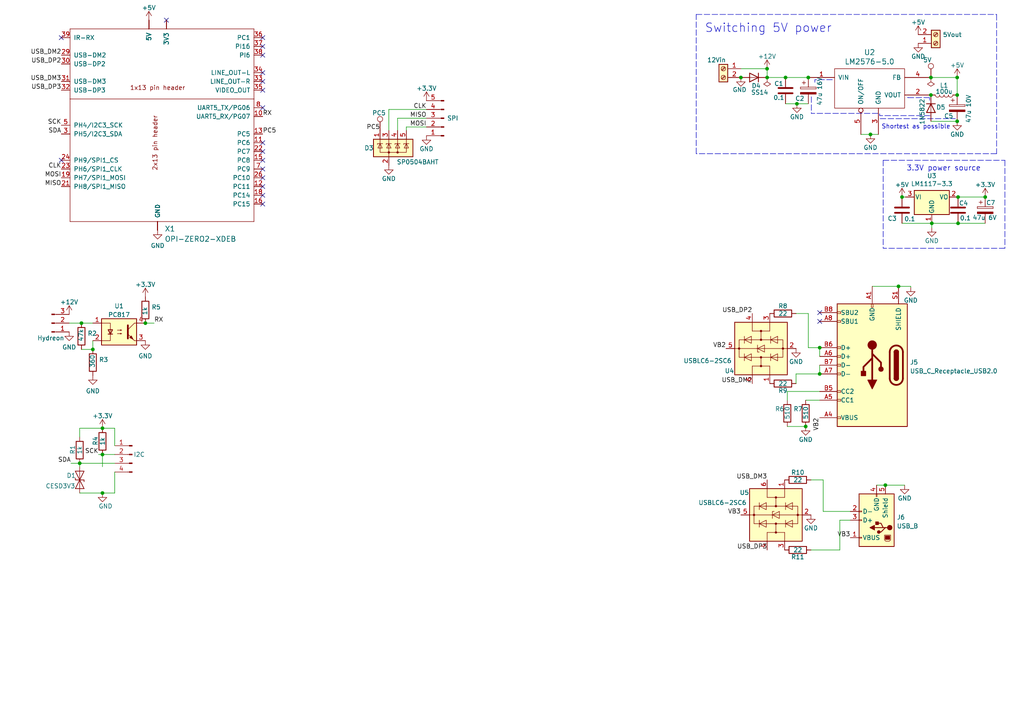
<source format=kicad_sch>
(kicad_sch (version 20211123) (generator eeschema)
  (paper "A4")
  (lib_symbols
    (symbol "Connector:Conn_01x03_Male" (pin_names (offset 1.016) hide)
      (property "Reference" "J" (at 0 5.08 0))
      (property "Value" "Conn_01x03_Male" (at 0 -5.08 0))
      (symbol "Conn_01x03_Male_1_1"
        (polyline (pts (xy 1.27 -2.54) (xy 0.8636 -2.54)) (stroke (width 0.1524)))
        (polyline (pts (xy 1.27 0) (xy 0.8636 0)) (stroke (width 0.1524)))
        (polyline (pts (xy 1.27 2.54) (xy 0.8636 2.54)) (stroke (width 0.1524)))
        (rectangle (start 0.8636 -2.413) (end 0 -2.667) (stroke (width 0.1524)) (fill (type outline)))
        (rectangle (start 0.8636 0.127) (end 0 -0.127) (stroke (width 0.1524)) (fill (type outline)))
        (rectangle (start 0.8636 2.667) (end 0 2.413) (stroke (width 0.1524)) (fill (type outline)))
        (pin passive line (at 5.08 2.54 180) (length 3.81) (name "Pin_1") (number "1"))
        (pin passive line (at 5.08 0 180) (length 3.81) (name "Pin_2") (number "2"))
        (pin passive line (at 5.08 -2.54 180) (length 3.81) (name "Pin_3") (number "3"))
      )
    )
    (symbol "Connector:Conn_01x04_Male" (pin_names (offset 1.016) hide)
      (property "Reference" "J" (at 0 5.08 0))
      (property "Value" "Conn_01x04_Male" (at 0 -7.62 0))
      (symbol "Conn_01x04_Male_1_1"
        (polyline (pts (xy 1.27 -5.08) (xy 0.8636 -5.08)) (stroke (width 0.1524)))
        (polyline (pts (xy 1.27 -2.54) (xy 0.8636 -2.54)) (stroke (width 0.1524)))
        (polyline (pts (xy 1.27 0) (xy 0.8636 0)) (stroke (width 0.1524)))
        (polyline (pts (xy 1.27 2.54) (xy 0.8636 2.54)) (stroke (width 0.1524)))
        (rectangle (start 0.8636 -4.953) (end 0 -5.207) (stroke (width 0.1524)) (fill (type outline)))
        (rectangle (start 0.8636 -2.413) (end 0 -2.667) (stroke (width 0.1524)) (fill (type outline)))
        (rectangle (start 0.8636 0.127) (end 0 -0.127) (stroke (width 0.1524)) (fill (type outline)))
        (rectangle (start 0.8636 2.667) (end 0 2.413) (stroke (width 0.1524)) (fill (type outline)))
        (pin passive line (at 5.08 2.54 180) (length 3.81) (name "Pin_1") (number "1"))
        (pin passive line (at 5.08 0 180) (length 3.81) (name "Pin_2") (number "2"))
        (pin passive line (at 5.08 -2.54 180) (length 3.81) (name "Pin_3") (number "3"))
        (pin passive line (at 5.08 -5.08 180) (length 3.81) (name "Pin_4") (number "4"))
      )
    )
    (symbol "Connector:Conn_01x05_Male" (pin_names (offset 1.016) hide)
      (property "Reference" "J" (at 0 7.62 0))
      (property "Value" "Conn_01x05_Male" (at 0 -7.62 0))
      (symbol "Conn_01x05_Male_1_1"
        (polyline (pts (xy 1.27 -5.08) (xy 0.8636 -5.08)) (stroke (width 0.1524)))
        (polyline (pts (xy 1.27 -2.54) (xy 0.8636 -2.54)) (stroke (width 0.1524)))
        (polyline (pts (xy 1.27 0) (xy 0.8636 0)) (stroke (width 0.1524)))
        (polyline (pts (xy 1.27 2.54) (xy 0.8636 2.54)) (stroke (width 0.1524)))
        (polyline (pts (xy 1.27 5.08) (xy 0.8636 5.08)) (stroke (width 0.1524)))
        (rectangle (start 0.8636 -4.953) (end 0 -5.207) (stroke (width 0.1524)) (fill (type outline)))
        (rectangle (start 0.8636 -2.413) (end 0 -2.667) (stroke (width 0.1524)) (fill (type outline)))
        (rectangle (start 0.8636 0.127) (end 0 -0.127) (stroke (width 0.1524)) (fill (type outline)))
        (rectangle (start 0.8636 2.667) (end 0 2.413) (stroke (width 0.1524)) (fill (type outline)))
        (rectangle (start 0.8636 5.207) (end 0 4.953) (stroke (width 0.1524)) (fill (type outline)))
        (pin passive line (at 5.08 5.08 180) (length 3.81) (name "Pin_1") (number "1"))
        (pin passive line (at 5.08 2.54 180) (length 3.81) (name "Pin_2") (number "2"))
        (pin passive line (at 5.08 0 180) (length 3.81) (name "Pin_3") (number "3"))
        (pin passive line (at 5.08 -2.54 180) (length 3.81) (name "Pin_4") (number "4"))
        (pin passive line (at 5.08 -5.08 180) (length 3.81) (name "Pin_5") (number "5"))
      )
    )
    (symbol "Connector:Screw_Terminal_01x02" (pin_names (offset 1.016) hide)
      (property "Reference" "J" (at 0 2.54 0))
      (property "Value" "Screw_Terminal_01x02" (at 0 -5.08 0))
      (symbol "Screw_Terminal_01x02_1_1"
        (rectangle (start -1.27 1.27) (end 1.27 -3.81) (stroke (width 0.254)) (fill (type background)))
        (circle (center 0 -2.54) (radius 0.635) (stroke (width 0.1524)))
        (polyline (pts (xy -0.5334 -2.2098) (xy 0.3302 -3.048)) (stroke (width 0.1524)))
        (polyline (pts (xy -0.5334 0.3302) (xy 0.3302 -0.508)) (stroke (width 0.1524)))
        (polyline (pts (xy -0.3556 -2.032) (xy 0.508 -2.8702)) (stroke (width 0.1524)))
        (polyline (pts (xy -0.3556 0.508) (xy 0.508 -0.3302)) (stroke (width 0.1524)))
        (circle (center 0 0) (radius 0.635) (stroke (width 0.1524)))
        (pin passive line (at -5.08 0 0) (length 3.81) (name "Pin_1") (number "1"))
        (pin passive line (at -5.08 -2.54 0) (length 3.81) (name "Pin_2") (number "2"))
      )
    )
    (symbol "Connector:TestPoint" (pin_numbers hide) (pin_names (offset 0.762) hide)
      (property "Reference" "TP" (at 0 6.858 0))
      (property "Value" "TestPoint" (at 0 5.08 0))
      (symbol "TestPoint_0_1"
        (circle (center 0 3.302) (radius 0.762))
      )
      (symbol "TestPoint_1_1"
        (pin passive line (at 0 0 90) (length 2.54) (name "1") (number "1"))
      )
    )
    (symbol "Connector:USB_B" (pin_names (offset 1.016))
      (property "Reference" "J" (at -5.08 11.43 0))
      (property "Value" "USB_B" (at -5.08 8.89 0))
      (symbol "USB_B_0_1"
        (rectangle (start -5.08 -7.62) (end 5.08 7.62) (stroke (width 0.254)) (fill (type background)))
        (circle (center -3.81 2.159) (radius 0.635) (stroke (width 0.254)) (fill (type outline)))
        (rectangle (start -3.81 5.588) (end -2.54 4.572) (fill (type outline)))
        (circle (center -0.635 3.429) (radius 0.381) (stroke (width 0.254)) (fill (type outline)))
        (rectangle (start -0.127 -7.62) (end 0.127 -6.858))
        (polyline (pts (xy -1.905 2.159) (xy 0.635 2.159)) (stroke (width 0.254)))
        (polyline (pts (xy -3.175 2.159) (xy -2.54 2.159) (xy -1.27 3.429) (xy -0.635 3.429)) (stroke (width 0.254)))
        (polyline (pts (xy -2.54 2.159) (xy -1.905 2.159) (xy -1.27 0.889) (xy 0 0.889)) (stroke (width 0.254)))
        (polyline (pts (xy 0.635 2.794) (xy 0.635 1.524) (xy 1.905 2.159) (xy 0.635 2.794)) (stroke (width 0.254)) (fill (type outline)))
        (polyline (pts (xy -4.064 4.318) (xy -2.286 4.318) (xy -2.286 5.715) (xy -2.667 6.096) (xy -3.683 6.096) (xy -4.064 5.715) (xy -4.064 4.318)))
        (rectangle (start 0.254 1.27) (end -0.508 0.508) (stroke (width 0.254)) (fill (type outline)))
        (rectangle (start 5.08 -2.667) (end 4.318 -2.413))
        (rectangle (start 5.08 -0.127) (end 4.318 0.127))
        (rectangle (start 5.08 4.953) (end 4.318 5.207))
      )
      (symbol "USB_B_1_1"
        (pin power_out line (at 7.62 5.08 180) (length 2.54) (name "VBUS") (number "1"))
        (pin bidirectional line (at 7.62 -2.54 180) (length 2.54) (name "D-") (number "2"))
        (pin bidirectional line (at 7.62 0 180) (length 2.54) (name "D+") (number "3"))
        (pin power_out line (at 0 -10.16 90) (length 2.54) (name "GND") (number "4"))
        (pin passive line (at -2.54 -10.16 90) (length 2.54) (name "Shield") (number "5"))
      )
    )
    (symbol "Connector:USB_C_Receptacle_USB2.0" (pin_names (offset 1.016))
      (property "Reference" "J" (at -10.16 19.05 0))
      (property "Value" "USB_C_Receptacle_USB2.0" (at 19.05 19.05 0))
      (symbol "USB_C_Receptacle_USB2.0_0_0"
        (rectangle (start -0.254 -17.78) (end 0.254 -16.764))
        (rectangle (start 10.16 -14.986) (end 9.144 -15.494))
        (rectangle (start 10.16 -12.446) (end 9.144 -12.954))
        (rectangle (start 10.16 -4.826) (end 9.144 -5.334))
        (rectangle (start 10.16 -2.286) (end 9.144 -2.794))
        (rectangle (start 10.16 0.254) (end 9.144 -0.254))
        (rectangle (start 10.16 2.794) (end 9.144 2.286))
        (rectangle (start 10.16 7.874) (end 9.144 7.366))
        (rectangle (start 10.16 10.414) (end 9.144 9.906))
        (rectangle (start 10.16 15.494) (end 9.144 14.986))
      )
      (symbol "USB_C_Receptacle_USB2.0_0_1"
        (rectangle (start -10.16 17.78) (end 10.16 -17.78) (stroke (width 0.254)) (fill (type background)))
        (arc (start -8.89 -3.81) (mid -6.985 -5.715) (end -5.08 -3.81) (stroke (width 0.508)))
        (arc (start -7.62 -3.81) (mid -6.985 -4.445) (end -6.35 -3.81) (stroke (width 0.254)))
        (arc (start -7.62 -3.81) (mid -6.985 -4.445) (end -6.35 -3.81) (stroke (width 0.254)) (fill (type outline)))
        (rectangle (start -7.62 -3.81) (end -6.35 3.81) (stroke (width 0.254)) (fill (type outline)))
        (arc (start -6.35 3.81) (mid -6.985 4.445) (end -7.62 3.81) (stroke (width 0.254)))
        (arc (start -6.35 3.81) (mid -6.985 4.445) (end -7.62 3.81) (stroke (width 0.254)) (fill (type outline)))
        (arc (start -5.08 3.81) (mid -6.985 5.715) (end -8.89 3.81) (stroke (width 0.508)))
        (circle (center -2.54 1.143) (radius 0.635) (stroke (width 0.254)) (fill (type outline)))
        (circle (center 0 -5.842) (radius 1.27) (fill (type outline)))
        (polyline (pts (xy -8.89 -3.81) (xy -8.89 3.81)) (stroke (width 0.508)))
        (polyline (pts (xy -5.08 3.81) (xy -5.08 -3.81)) (stroke (width 0.508)))
        (polyline (pts (xy 0 -5.842) (xy 0 4.318)) (stroke (width 0.508)))
        (polyline (pts (xy 0 -3.302) (xy -2.54 -0.762) (xy -2.54 0.508)) (stroke (width 0.508)))
        (polyline (pts (xy 0 -2.032) (xy 2.54 0.508) (xy 2.54 1.778)) (stroke (width 0.508)))
        (polyline (pts (xy -1.27 4.318) (xy 0 6.858) (xy 1.27 4.318) (xy -1.27 4.318)) (stroke (width 0.254)) (fill (type outline)))
        (rectangle (start 1.905 1.778) (end 3.175 3.048) (stroke (width 0.254)) (fill (type outline)))
      )
      (symbol "USB_C_Receptacle_USB2.0_1_1"
        (pin passive line (at 0 -22.86 90) (length 5.08) (name "GND") (number "A1"))
        (pin passive line (at 0 -22.86 90) (length 5.08) hide (name "GND") (number "A12"))
        (pin passive line (at 15.24 15.24 180) (length 5.08) (name "VBUS") (number "A4"))
        (pin bidirectional line (at 15.24 10.16 180) (length 5.08) (name "CC1") (number "A5"))
        (pin bidirectional line (at 15.24 -2.54 180) (length 5.08) (name "D+") (number "A6"))
        (pin bidirectional line (at 15.24 2.54 180) (length 5.08) (name "D-") (number "A7"))
        (pin bidirectional line (at 15.24 -12.7 180) (length 5.08) (name "SBU1") (number "A8"))
        (pin passive line (at 15.24 15.24 180) (length 5.08) hide (name "VBUS") (number "A9"))
        (pin passive line (at 0 -22.86 90) (length 5.08) hide (name "GND") (number "B1"))
        (pin passive line (at 0 -22.86 90) (length 5.08) hide (name "GND") (number "B12"))
        (pin passive line (at 15.24 15.24 180) (length 5.08) hide (name "VBUS") (number "B4"))
        (pin bidirectional line (at 15.24 7.62 180) (length 5.08) (name "CC2") (number "B5"))
        (pin bidirectional line (at 15.24 -5.08 180) (length 5.08) (name "D+") (number "B6"))
        (pin bidirectional line (at 15.24 0 180) (length 5.08) (name "D-") (number "B7"))
        (pin bidirectional line (at 15.24 -15.24 180) (length 5.08) (name "SBU2") (number "B8"))
        (pin passive line (at 15.24 15.24 180) (length 5.08) hide (name "VBUS") (number "B9"))
        (pin passive line (at -7.62 -22.86 90) (length 5.08) (name "SHIELD") (number "S1"))
      )
    )
    (symbol "Device:C" (pin_numbers hide) (pin_names (offset 0.254))
      (property "Reference" "C" (at 0.635 2.54 0))
      (property "Value" "C" (at 0.635 -2.54 0))
      (symbol "C_0_1"
        (polyline (pts (xy -2.032 -0.762) (xy 2.032 -0.762)) (stroke (width 0.508)))
        (polyline (pts (xy -2.032 0.762) (xy 2.032 0.762)) (stroke (width 0.508)))
      )
      (symbol "C_1_1"
        (pin passive line (at 0 3.81 270) (length 2.794) (name "~") (number "1"))
        (pin passive line (at 0 -3.81 90) (length 2.794) (name "~") (number "2"))
      )
    )
    (symbol "Device:C_Polarized" (pin_numbers hide) (pin_names (offset 0.254))
      (property "Reference" "C" (at 0.635 2.54 0))
      (property "Value" "C_Polarized" (at 0.635 -2.54 0))
      (symbol "C_Polarized_0_1"
        (rectangle (start -2.286 0.508) (end 2.286 1.016))
        (polyline (pts (xy -1.778 2.286) (xy -0.762 2.286)))
        (polyline (pts (xy -1.27 2.794) (xy -1.27 1.778)))
        (rectangle (start 2.286 -0.508) (end -2.286 -1.016) (fill (type outline)))
      )
      (symbol "C_Polarized_1_1"
        (pin passive line (at 0 3.81 270) (length 2.794) (name "~") (number "1"))
        (pin passive line (at 0 -3.81 90) (length 2.794) (name "~") (number "2"))
      )
    )
    (symbol "Device:D" (pin_numbers hide) (pin_names (offset 1.016) hide)
      (property "Reference" "D" (at 0 2.54 0))
      (property "Value" "D" (at 0 -2.54 0))
      (symbol "D_0_1"
        (polyline (pts (xy -1.27 1.27) (xy -1.27 -1.27)) (stroke (width 0.254)))
        (polyline (pts (xy 1.27 0) (xy -1.27 0)))
        (polyline (pts (xy 1.27 1.27) (xy 1.27 -1.27) (xy -1.27 0) (xy 1.27 1.27)) (stroke (width 0.254)))
      )
      (symbol "D_1_1"
        (pin passive line (at -3.81 0 0) (length 2.54) (name "K") (number "1"))
        (pin passive line (at 3.81 0 180) (length 2.54) (name "A") (number "2"))
      )
    )
    (symbol "Device:L" (pin_numbers hide) (pin_names (offset 1.016) hide)
      (property "Reference" "L" (at -1.27 0 90))
      (property "Value" "L" (at 1.905 0 90))
      (symbol "L_0_1"
        (arc (start 0 -2.54) (mid 0.635 -1.905) (end 0 -1.27))
        (arc (start 0 -1.27) (mid 0.635 -0.635) (end 0 0))
        (arc (start 0 0) (mid 0.635 0.635) (end 0 1.27))
        (arc (start 0 1.27) (mid 0.635 1.905) (end 0 2.54))
      )
      (symbol "L_1_1"
        (pin passive line (at 0 3.81 270) (length 1.27) (name "1") (number "1"))
        (pin passive line (at 0 -3.81 90) (length 1.27) (name "2") (number "2"))
      )
    )
    (symbol "Device:R" (pin_numbers hide) (pin_names (offset 0))
      (property "Reference" "R" (at 2.032 0 90))
      (property "Value" "R" (at 0 0 90))
      (symbol "R_0_1"
        (rectangle (start -1.016 -2.54) (end 1.016 2.54) (stroke (width 0.254)))
      )
      (symbol "R_1_1"
        (pin passive line (at 0 3.81 270) (length 1.27) (name "~") (number "1"))
        (pin passive line (at 0 -3.81 90) (length 1.27) (name "~") (number "2"))
      )
    )
    (symbol "Diode:ESD9B3.3ST5G" (pin_numbers hide) (pin_names (offset 1.016) hide)
      (property "Reference" "D" (at 0 2.54 0))
      (property "Value" "ESD9B3.3ST5G" (at 0 -2.54 0))
      (symbol "ESD9B3.3ST5G_0_1"
        (polyline (pts (xy 1.27 0) (xy -1.27 0)))
        (polyline (pts (xy -2.54 -1.27) (xy 0 0) (xy -2.54 1.27) (xy -2.54 -1.27)) (stroke (width 0.2032)))
        (polyline (pts (xy 0.508 1.27) (xy 0 1.27) (xy 0 -1.27) (xy -0.508 -1.27)) (stroke (width 0.2032)))
        (polyline (pts (xy 2.54 1.27) (xy 2.54 -1.27) (xy 0 0) (xy 2.54 1.27)) (stroke (width 0.2032)))
      )
      (symbol "ESD9B3.3ST5G_1_1"
        (pin passive line (at -3.81 0 0) (length 2.54) (name "A1") (number "1"))
        (pin passive line (at 3.81 0 180) (length 2.54) (name "A2") (number "2"))
      )
    )
    (symbol "Isolator:PC817" (pin_names (offset 1.016))
      (property "Reference" "U" (at -5.08 5.08 0))
      (property "Value" "PC817" (at 0 5.08 0))
      (symbol "PC817_0_1"
        (rectangle (start -5.08 3.81) (end 5.08 -3.81) (stroke (width 0.254)) (fill (type background)))
        (polyline (pts (xy -3.175 -0.635) (xy -1.905 -0.635)) (stroke (width 0.254)))
        (polyline (pts (xy 2.54 0.635) (xy 4.445 2.54)))
        (polyline (pts (xy 4.445 -2.54) (xy 2.54 -0.635)) (fill (type outline)))
        (polyline (pts (xy 4.445 -2.54) (xy 5.08 -2.54)))
        (polyline (pts (xy 4.445 2.54) (xy 5.08 2.54)))
        (polyline (pts (xy -5.08 2.54) (xy -2.54 2.54) (xy -2.54 -0.635)))
        (polyline (pts (xy -2.54 -0.635) (xy -2.54 -2.54) (xy -5.08 -2.54)))
        (polyline (pts (xy 2.54 1.905) (xy 2.54 -1.905) (xy 2.54 -1.905)) (stroke (width 0.508)))
        (polyline (pts (xy -2.54 -0.635) (xy -3.175 0.635) (xy -1.905 0.635) (xy -2.54 -0.635)) (stroke (width 0.254)))
        (polyline (pts (xy -0.508 -0.508) (xy 0.762 -0.508) (xy 0.381 -0.635) (xy 0.381 -0.381) (xy 0.762 -0.508)))
        (polyline (pts (xy -0.508 0.508) (xy 0.762 0.508) (xy 0.381 0.381) (xy 0.381 0.635) (xy 0.762 0.508)))
        (polyline (pts (xy 3.048 -1.651) (xy 3.556 -1.143) (xy 4.064 -2.159) (xy 3.048 -1.651) (xy 3.048 -1.651)) (fill (type outline)))
      )
      (symbol "PC817_1_1"
        (pin passive line (at -7.62 2.54 0) (length 2.54) (name "~") (number "1"))
        (pin passive line (at -7.62 -2.54 0) (length 2.54) (name "~") (number "2"))
        (pin passive line (at 7.62 -2.54 180) (length 2.54) (name "~") (number "3"))
        (pin passive line (at 7.62 2.54 180) (length 2.54) (name "~") (number "4"))
      )
    )
    (symbol "Power_Protection:SP0504BAHT" (pin_names hide)
      (property "Reference" "D" (at 7.62 2.54 0))
      (property "Value" "SP0504BAHT" (at 7.62 0.635 0))
      (symbol "SP0504BAHT_0_0"
        (pin passive line (at 0 -5.08 90) (length 2.54) (name "A") (number "2"))
      )
      (symbol "SP0504BAHT_0_1"
        (rectangle (start -4.445 2.54) (end 6.985 -2.54) (stroke (width 0.254)) (fill (type background)))
        (circle (center 0 -1.27) (radius 0.254) (fill (type outline)))
        (polyline (pts (xy -2.54 2.54) (xy -2.54 1.27)))
        (polyline (pts (xy 0 -1.27) (xy 0 -2.54)))
        (polyline (pts (xy 0 -1.27) (xy 0 1.27)))
        (polyline (pts (xy 0 2.54) (xy 0 1.27)))
        (polyline (pts (xy 2.54 2.54) (xy 2.54 1.27)))
        (polyline (pts (xy 5.08 2.54) (xy 5.08 1.27)))
        (polyline (pts (xy -3.302 1.016) (xy -3.302 1.27) (xy -1.778 1.27)))
        (polyline (pts (xy 0.762 1.27) (xy -0.762 1.27) (xy -0.762 1.016)))
        (polyline (pts (xy 5.08 1.27) (xy 5.08 -1.27) (xy 2.54 -1.27)))
        (polyline (pts (xy -2.54 1.27) (xy -2.54 -1.27) (xy 2.54 -1.27) (xy 2.54 1.27)))
        (polyline (pts (xy -2.54 1.27) (xy -1.905 0) (xy -3.175 0) (xy -2.54 1.27)))
        (polyline (pts (xy 0.635 0) (xy -0.635 0) (xy 0 1.27) (xy 0.635 0)))
        (polyline (pts (xy 1.778 1.016) (xy 1.778 1.27) (xy 3.175 1.27) (xy 3.302 1.27)))
        (polyline (pts (xy 2.54 1.27) (xy 1.905 0) (xy 3.175 0) (xy 2.54 1.27)))
        (polyline (pts (xy 4.318 1.016) (xy 4.318 1.27) (xy 5.715 1.27) (xy 5.842 1.27)))
        (polyline (pts (xy 5.08 1.27) (xy 4.445 0) (xy 5.715 0) (xy 5.08 1.27)))
        (circle (center 2.54 -1.27) (radius 0.254) (fill (type outline)))
      )
      (symbol "SP0504BAHT_1_1"
        (pin passive line (at -2.54 5.08 270) (length 2.54) (name "K") (number "1"))
        (pin passive line (at 0 5.08 270) (length 2.54) (name "K") (number "3"))
        (pin passive line (at 2.54 5.08 270) (length 2.54) (name "K") (number "4"))
        (pin passive line (at 5.08 5.08 270) (length 2.54) (name "K") (number "5"))
      )
    )
    (symbol "Power_Protection:USBLC6-2SC6" (pin_names hide)
      (property "Reference" "U" (at 2.54 8.89 0))
      (property "Value" "USBLC6-2SC6" (at 2.54 -8.89 0))
      (symbol "USBLC6-2SC6_0_1"
        (rectangle (start -7.62 -7.62) (end 7.62 7.62) (stroke (width 0.254)) (fill (type background)))
        (circle (center -5.08 0) (radius 0.254) (fill (type outline)))
        (circle (center -2.54 0) (radius 0.254) (fill (type outline)))
        (rectangle (start -2.54 6.35) (end 2.54 -6.35))
        (circle (center 0 -6.35) (radius 0.254) (fill (type outline)))
        (polyline (pts (xy -5.08 -2.54) (xy -7.62 -2.54)))
        (polyline (pts (xy -5.08 0) (xy -5.08 -2.54)))
        (polyline (pts (xy -5.08 2.54) (xy -7.62 2.54)))
        (polyline (pts (xy -1.524 -2.794) (xy -3.556 -2.794)))
        (polyline (pts (xy -1.524 4.826) (xy -3.556 4.826)))
        (polyline (pts (xy 0 -7.62) (xy 0 -6.35)))
        (polyline (pts (xy 0 -6.35) (xy 0 1.27)))
        (polyline (pts (xy 0 1.27) (xy 0 6.35)))
        (polyline (pts (xy 0 6.35) (xy 0 7.62)))
        (polyline (pts (xy 1.524 -2.794) (xy 3.556 -2.794)))
        (polyline (pts (xy 1.524 4.826) (xy 3.556 4.826)))
        (polyline (pts (xy 5.08 -2.54) (xy 7.62 -2.54)))
        (polyline (pts (xy 5.08 0) (xy 5.08 -2.54)))
        (polyline (pts (xy 5.08 2.54) (xy 7.62 2.54)))
        (polyline (pts (xy -2.54 0) (xy -5.08 0) (xy -5.08 2.54)))
        (polyline (pts (xy 2.54 0) (xy 5.08 0) (xy 5.08 2.54)))
        (polyline (pts (xy -3.556 -4.826) (xy -1.524 -4.826) (xy -2.54 -2.794) (xy -3.556 -4.826)))
        (polyline (pts (xy -3.556 2.794) (xy -1.524 2.794) (xy -2.54 4.826) (xy -3.556 2.794)))
        (polyline (pts (xy -1.016 -1.016) (xy 1.016 -1.016) (xy 0 1.016) (xy -1.016 -1.016)))
        (polyline (pts (xy 1.016 1.016) (xy 0.762 1.016) (xy -1.016 1.016) (xy -1.016 0.508)))
        (polyline (pts (xy 3.556 -4.826) (xy 1.524 -4.826) (xy 2.54 -2.794) (xy 3.556 -4.826)))
        (polyline (pts (xy 3.556 2.794) (xy 1.524 2.794) (xy 2.54 4.826) (xy 3.556 2.794)))
        (circle (center 0 6.35) (radius 0.254) (fill (type outline)))
        (circle (center 2.54 0) (radius 0.254) (fill (type outline)))
        (circle (center 5.08 0) (radius 0.254) (fill (type outline)))
      )
      (symbol "USBLC6-2SC6_1_1"
        (pin passive line (at -10.16 -2.54 0) (length 2.54) (name "I/O1") (number "1"))
        (pin passive line (at 0 -10.16 90) (length 2.54) (name "GND") (number "2"))
        (pin passive line (at 10.16 -2.54 180) (length 2.54) (name "I/O2") (number "3"))
        (pin passive line (at 10.16 2.54 180) (length 2.54) (name "I/O2") (number "4"))
        (pin passive line (at 0 10.16 270) (length 2.54) (name "VBUS") (number "5"))
        (pin passive line (at -10.16 2.54 0) (length 2.54) (name "I/O1") (number "6"))
      )
    )
    (symbol "Regulator_Linear:LM1117-3.3" (pin_names (offset 0.254))
      (property "Reference" "U" (at -3.81 3.175 0))
      (property "Value" "LM1117-3.3" (at 0 3.175 0))
      (symbol "LM1117-3.3_0_1"
        (rectangle (start -5.08 -5.08) (end 5.08 1.905) (stroke (width 0.254)) (fill (type background)))
      )
      (symbol "LM1117-3.3_1_1"
        (pin power_in line (at 0 -7.62 90) (length 2.54) (name "GND") (number "1"))
        (pin power_out line (at 7.62 0 180) (length 2.54) (name "VO") (number "2"))
        (pin power_in line (at -7.62 0 0) (length 2.54) (name "VI") (number "3"))
      )
    )
    (symbol "opi-hat:OPI-ZERO2-XDEB" (pin_names (offset 1.016))
      (property "Reference" "X" (at 2.54 5.08 0))
      (property "Value" "OPI-ZERO2-XDEB" (at 2.54 2.54 0))
      (symbol "OPI-ZERO2-XDEB_1_0"
        (polyline (pts (xy 0 0) (xy 53.34 0)))
        (polyline (pts (xy 0 35.56) (xy 0 0)))
        (polyline (pts (xy 0 35.56) (xy 53.34 35.56)))
        (polyline (pts (xy 0 55.88) (xy 0 35.56)))
        (polyline (pts (xy 53.34 0) (xy 53.34 35.56)))
        (polyline (pts (xy 53.34 35.56) (xy 53.34 55.88)))
        (polyline (pts (xy 53.34 55.88) (xy 0 55.88)))
        (text "1x13 pin header" (at 25.4 38.1 0) (effects (font (size 1.27 1.27)) (justify bottom)))
        (text "2x13 pin header" (at 25.4 22.86 900) (effects (font (size 1.27 1.27)) (justify bottom)))
        (pin power_in line (at 27.94 58.42 270) (length 2.54) (name "3V3") (number "1"))
        (pin bidirectional line (at 55.88 30.48 180) (length 2.54) (name "UART5_RX/PG07") (number "10"))
        (pin bidirectional line (at 55.88 22.86 180) (length 2.54) (name "PC6") (number "11"))
        (pin bidirectional line (at 55.88 10.16 180) (length 2.54) (name "PC11") (number "12"))
        (pin bidirectional line (at 55.88 25.4 180) (length 2.54) (name "PC5") (number "13"))
        (pin power_in line (at 25.4 -2.54 90) (length 2.54) (name "GND") (number "14"))
        (pin bidirectional line (at 55.88 17.78 180) (length 2.54) (name "PC8") (number "15"))
        (pin bidirectional line (at 55.88 5.08 180) (length 2.54) (name "PC15") (number "16"))
        (pin power_in line (at 27.94 58.42 270) (length 2.54) (name "3V3") (number "17"))
        (pin bidirectional line (at 55.88 7.62 180) (length 2.54) (name "PC14") (number "18"))
        (pin bidirectional line (at -2.54 12.7 0) (length 2.54) (name "PH7/SPI1_MOSI") (number "19"))
        (pin power_in line (at 22.86 58.42 270) (length 2.54) (name "5V") (number "2"))
        (pin power_in line (at 25.4 -2.54 90) (length 2.54) (name "GND") (number "20"))
        (pin bidirectional line (at -2.54 10.16 0) (length 2.54) (name "PH8/SPI1_MISO") (number "21"))
        (pin bidirectional line (at 55.88 20.32 180) (length 2.54) (name "PC7") (number "22"))
        (pin bidirectional line (at -2.54 15.24 0) (length 2.54) (name "PH6/SPI1_CLK") (number "23"))
        (pin bidirectional line (at -2.54 17.78 0) (length 2.54) (name "PH9/SPI1_CS") (number "24"))
        (pin power_in line (at 25.4 -2.54 90) (length 2.54) (name "GND") (number "25"))
        (pin bidirectional line (at 55.88 12.7 180) (length 2.54) (name "PC10") (number "26"))
        (pin power_in line (at 22.86 58.42 270) (length 2.54) (name "5V") (number "27"))
        (pin power_in line (at 22.86 58.42 270) (length 2.54) (name "5V") (number "27"))
        (pin power_in line (at 25.4 -2.54 90) (length 2.54) (name "GND") (number "28"))
        (pin bidirectional line (at -2.54 48.26 0) (length 2.54) (name "USB-DM2") (number "29"))
        (pin bidirectional line (at -2.54 25.4 0) (length 2.54) (name "PH5/I2C3_SDA") (number "3"))
        (pin bidirectional line (at -2.54 45.72 0) (length 2.54) (name "USB-DP2") (number "30"))
        (pin bidirectional line (at -2.54 40.64 0) (length 2.54) (name "USB-DM3") (number "31"))
        (pin bidirectional line (at -2.54 38.1 0) (length 2.54) (name "USB-DP3") (number "32"))
        (pin passive line (at 55.88 40.64 180) (length 2.54) (name "LINE_OUT-R") (number "33"))
        (pin passive line (at 55.88 43.18 180) (length 2.54) (name "LINE_OUT-L") (number "34"))
        (pin passive line (at 55.88 38.1 180) (length 2.54) (name "VIDEO_OUT") (number "35"))
        (pin passive line (at 55.88 53.34 180) (length 2.54) (name "PC1") (number "36"))
        (pin passive line (at 55.88 50.8 180) (length 2.54) (name "PI16") (number "37"))
        (pin passive line (at 55.88 48.26 180) (length 2.54) (name "PI6") (number "38"))
        (pin passive line (at -2.54 53.34 0) (length 2.54) (name "IR-RX") (number "39"))
        (pin power_in line (at 22.86 58.42 270) (length 2.54) (name "5V") (number "4"))
        (pin power_in line (at 22.86 58.42 270) (length 2.54) (name "5V") (number "4"))
        (pin bidirectional line (at -2.54 27.94 0) (length 2.54) (name "PH4/I2C3_SCK") (number "5"))
        (pin power_in line (at 25.4 -2.54 90) (length 2.54) (name "GND") (number "6"))
        (pin bidirectional line (at 55.88 15.24 180) (length 2.54) (name "PC9") (number "7"))
        (pin bidirectional line (at 55.88 33.02 180) (length 2.54) (name "UART5_TX/PG06") (number "8"))
        (pin power_in line (at 25.4 -2.54 90) (length 2.54) (name "GND") (number "9"))
      )
    )
    (symbol "power:+12V" (power) (pin_names (offset 0))
      (property "Value" "+12V" (at 0 3.556 0))
      (symbol "+12V_0_1"
        (polyline (pts (xy -0.762 1.27) (xy 0 2.54)))
        (polyline (pts (xy 0 0) (xy 0 2.54)))
        (polyline (pts (xy 0 2.54) (xy 0.762 1.27)))
      )
      (symbol "+12V_1_1"
        (pin power_in line (at 0 0 90) (length 0) hide (name "+12V") (number "1"))
      )
    )
    (symbol "power:+3.3V" (power) (pin_names (offset 0))
      (property "Value" "+3.3V" (at 0 3.556 0))
      (symbol "+3.3V_0_1"
        (polyline (pts (xy -0.762 1.27) (xy 0 2.54)))
        (polyline (pts (xy 0 0) (xy 0 2.54)))
        (polyline (pts (xy 0 2.54) (xy 0.762 1.27)))
      )
      (symbol "+3.3V_1_1"
        (pin power_in line (at 0 0 90) (length 0) hide (name "+3.3V") (number "1"))
      )
    )
    (symbol "power:+5V" (power) (pin_names (offset 0))
      (property "Value" "+5V" (at 0 3.556 0))
      (symbol "+5V_0_1"
        (polyline (pts (xy -0.762 1.27) (xy 0 2.54)))
        (polyline (pts (xy 0 0) (xy 0 2.54)))
        (polyline (pts (xy 0 2.54) (xy 0.762 1.27)))
      )
      (symbol "+5V_1_1"
        (pin power_in line (at 0 0 90) (length 0) hide (name "+5V") (number "1"))
      )
    )
    (symbol "power:GND" (power) (pin_names (offset 0))
      (property "Value" "GND" (at 0 -3.81 0))
      (symbol "GND_0_1"
        (polyline (pts (xy 0 0) (xy 0 -1.27) (xy 1.27 -1.27) (xy 0 -2.54) (xy -1.27 -1.27) (xy 0 -1.27)))
      )
      (symbol "GND_1_1"
        (pin power_in line (at 0 0 270) (length 0) hide (name "GND") (number "1"))
      )
    )
    (symbol "power:PWR_FLAG" (power) (pin_numbers hide) (pin_names (offset 0) hide)
      (property "Value" "PWR_FLAG" (at 0 3.81 0))
      (symbol "PWR_FLAG_0_0"
        (pin power_out line (at 0 0 90) (length 0) (name "pwr") (number "1"))
      )
      (symbol "PWR_FLAG_0_1"
        (polyline (pts (xy 0 0) (xy 0 1.27) (xy -1.016 1.905) (xy 0 2.54) (xy 1.016 1.905) (xy 0 1.27)))
      )
    )
    (symbol "stm32-rescue:+5V" (power) (pin_names (offset 0))
      (property "Value" "+5V" (at 0 3.556 0))
      (symbol "+5V_0_1"
        (polyline (pts (xy -0.762 1.27) (xy 0 2.54)))
        (polyline (pts (xy 0 0) (xy 0 2.54)))
        (polyline (pts (xy 0 2.54) (xy 0.762 1.27)))
      )
      (symbol "+5V_1_1"
        (pin power_in line (at 0 0 90) (length 0) hide (name "+5V") (number "1"))
      )
    )
    (symbol "stm32-rescue:C" (pin_numbers hide) (pin_names (offset 0.254))
      (property "Reference" "C" (at 0.635 2.54 0))
      (property "Value" "C" (at 0.635 -2.54 0))
      (symbol "C_0_1"
        (polyline (pts (xy -2.032 -0.762) (xy 2.032 -0.762)) (stroke (width 0.508)))
        (polyline (pts (xy -2.032 0.762) (xy 2.032 0.762)) (stroke (width 0.508)))
      )
      (symbol "C_1_1"
        (pin passive line (at 0 3.81 270) (length 2.794) (name "~") (number "1"))
        (pin passive line (at 0 -3.81 90) (length 2.794) (name "~") (number "2"))
      )
    )
    (symbol "stm32-rescue:CP" (pin_numbers hide) (pin_names (offset 0.254))
      (property "Reference" "C" (at 0.635 2.54 0))
      (property "Value" "CP" (at 0.635 -2.54 0))
      (symbol "CP_0_1"
        (rectangle (start -2.286 0.508) (end -2.286 1.016))
        (rectangle (start -2.286 0.508) (end 2.286 0.508))
        (polyline (pts (xy -1.778 2.286) (xy -0.762 2.286)))
        (polyline (pts (xy -1.27 2.794) (xy -1.27 1.778)))
        (rectangle (start 2.286 -0.508) (end -2.286 -1.016) (fill (type outline)))
        (rectangle (start 2.286 1.016) (end -2.286 1.016))
        (rectangle (start 2.286 1.016) (end 2.286 0.508))
      )
      (symbol "CP_1_1"
        (pin passive line (at 0 3.81 270) (length 2.794) (name "~") (number "1"))
        (pin passive line (at 0 -3.81 90) (length 2.794) (name "~") (number "2"))
      )
    )
    (symbol "vreg:LM2576" (pin_names (offset 1.016))
      (property "Reference" "U" (at -8.89 6.35 0))
      (property "Value" "LM2576" (at 6.35 6.35 0))
      (symbol "LM2576_0_1"
        (rectangle (start -10.16 5.08) (end 10.16 -6.35))
      )
      (symbol "LM2576_1_1"
        (pin power_in line (at -17.78 2.54 0) (length 7.62) (name "VIN") (number "1"))
        (pin power_out line (at 17.78 -2.54 180) (length 7.62) (name "VOUT") (number "2"))
        (pin power_in line (at 2.54 -13.97 90) (length 7.62) (name "GND") (number "3"))
        (pin input line (at 17.78 2.54 180) (length 7.62) (name "FB") (number "4"))
        (pin input inverted (at -2.54 -13.97 90) (length 7.62) (name "ON/OFF") (number "5"))
      )
    )
  )
  (junction (at 277.622 22.479))
  (junction (at 270.002 22.479))
  (junction (at 237.744 108.458))
  (junction (at 26.924 101.346))
  (junction (at 233.68 123.698))
  (junction (at 231.14 30.099))
  (junction (at 277.876 57.15))
  (junction (at 261.62 57.15))
  (junction (at 237.744 100.838))
  (junction (at 23.114 134.366))
  (junction (at 256.794 140.716))
  (junction (at 222.4786 19.939))
  (junction (at 277.876 64.77))
  (junction (at 42.164 93.726))
  (junction (at 260.604 83.058))
  (junction (at 252.476 38.989))
  (junction (at 270.002 27.559))
  (junction (at 285.75 57.15))
  (junction (at 29.718 124.206))
  (junction (at 277.622 27.559))
  (junction (at 222.504 22.479))
  (junction (at 29.718 143.002))
  (junction (at 227.838 22.479))
  (junction (at 23.622 93.726))
  (junction (at 214.884 22.479))
  (junction (at 277.622 35.179))
  (junction (at 29.718 131.826))
  (junction (at 234.442 22.479))
  (junction (at 270.256 64.77))
  (no_connect (at 48.26 5.842))
  (no_connect (at 237.744 90.678))
  (no_connect (at 237.744 93.218))
  (no_connect (at 76.2 43.942))
  (no_connect (at 76.2 49.022))
  (no_connect (at 76.2 51.562))
  (no_connect (at 76.2 41.402))
  (no_connect (at 76.2 46.482))
  (no_connect (at 76.2 26.162))
  (no_connect (at 76.2 31.242))
  (no_connect (at 17.78 10.922))
  (no_connect (at 76.2 13.462))
  (no_connect (at 76.2 10.922))
  (no_connect (at 76.2 16.002))
  (no_connect (at 76.2 21.082))
  (no_connect (at 76.2 23.622))
  (no_connect (at 17.78 46.482))
  (no_connect (at 76.2 56.642))
  (no_connect (at 76.2 54.102))
  (no_connect (at 76.2 59.182))
  (polyline (pts (xy 289.052 44.577) (xy 201.93 44.577)))
  (polyline (pts (xy 256.159 46.482) (xy 256.159 72.009)))
  (wire (pts (xy 33.274 124.206) (xy 33.274 129.286)))
  (wire (pts (xy 228.346 113.538) (xy 228.346 116.078)))
  (polyline (pts (xy 263.271 28.194) (xy 263.271 28.321)))
  (wire (pts (xy 222.4786 19.939) (xy 222.504 19.939)))
  (wire (pts (xy 254.254 140.716) (xy 256.794 140.716)))
  (wire (pts (xy 42.164 93.726) (xy 44.704 93.726)))
  (wire (pts (xy 230.886 111.252) (xy 230.886 108.458)))
  (polyline (pts (xy 291.465 46.482) (xy 291.465 72.009)))
  (wire (pts (xy 28.575 131.826) (xy 29.718 131.826)))
  (wire (pts (xy 238.76 148.336) (xy 238.76 139.192)))
  (polyline (pts (xy 291.465 72.009) (xy 256.159 72.009)))
  (wire (pts (xy 20.574 134.366) (xy 23.114 134.366)))
  (wire (pts (xy 20.066 93.726) (xy 23.622 93.726)))
  (wire (pts (xy 238.76 139.192) (xy 235.204 139.192)))
  (wire (pts (xy 29.718 143.002) (xy 33.274 143.002)))
  (wire (pts (xy 234.442 90.932) (xy 230.886 90.932)))
  (wire (pts (xy 277.876 64.77) (xy 285.75 64.77)))
  (wire (pts (xy 117.856 36.83) (xy 123.698 36.83)))
  (wire (pts (xy 260.604 83.058) (xy 264.16 83.058)))
  (polyline (pts (xy 256.159 46.482) (xy 291.465 46.482)))
  (wire (pts (xy 227.838 30.099) (xy 231.14 30.099)))
  (wire (pts (xy 29.718 131.826) (xy 33.274 131.826)))
  (wire (pts (xy 23.114 134.366) (xy 23.114 135.382)))
  (wire (pts (xy 261.62 64.77) (xy 270.256 64.77)))
  (wire (pts (xy 237.744 113.538) (xy 228.346 113.538)))
  (wire (pts (xy 237.744 100.838) (xy 234.442 100.838)))
  (wire (pts (xy 233.68 116.078) (xy 237.744 116.078)))
  (wire (pts (xy 112.776 31.75) (xy 112.776 37.846)))
  (wire (pts (xy 23.114 124.206) (xy 29.718 124.206)))
  (wire (pts (xy 277.622 35.179) (xy 270.002 35.179)))
  (polyline (pts (xy 269.621 29.083) (xy 269.621 28.321)))
  (wire (pts (xy 115.316 34.29) (xy 115.316 37.846)))
  (wire (pts (xy 123.698 34.29) (xy 115.316 34.29)))
  (polyline (pts (xy 255.143 33.02) (xy 255.143 33.528)))
  (wire (pts (xy 117.856 37.846) (xy 117.856 36.83)))
  (polyline (pts (xy 255.27 34.417) (xy 277.114 34.417)))
  (wire (pts (xy 246.634 148.336) (xy 238.76 148.336)))
  (wire (pts (xy 227.838 22.479) (xy 234.442 22.479)))
  (wire (pts (xy 228.346 123.698) (xy 233.68 123.698)))
  (wire (pts (xy 254.762 38.989) (xy 252.476 38.989)))
  (wire (pts (xy 270.256 64.77) (xy 277.876 64.77)))
  (wire (pts (xy 262.636 57.15) (xy 261.62 57.15)))
  (polyline (pts (xy 269.748 33.528) (xy 255.143 33.528)))
  (wire (pts (xy 214.884 19.939) (xy 222.4786 19.939)))
  (polyline (pts (xy 236.347 23.114) (xy 236.347 23.876)))
  (wire (pts (xy 230.886 108.458) (xy 237.744 108.458)))
  (polyline (pts (xy 201.93 44.577) (xy 201.93 4.191)))
  (wire (pts (xy 23.114 143.002) (xy 29.718 143.002)))
  (wire (pts (xy 26.924 101.346) (xy 26.924 98.806)))
  (polyline (pts (xy 235.331 28.067) (xy 235.331 32.893)))
  (wire (pts (xy 123.698 31.75) (xy 112.776 31.75)))
  (wire (pts (xy 222.504 19.939) (xy 222.504 22.479)))
  (wire (pts (xy 222.504 22.479) (xy 227.838 22.479)))
  (wire (pts (xy 243.586 150.876) (xy 246.634 150.876)))
  (polyline (pts (xy 254.635 32.893) (xy 235.331 32.893)))
  (polyline (pts (xy 241.427 23.114) (xy 236.347 23.114)))
  (polyline (pts (xy 269.621 28.321) (xy 263.271 28.321)))
  (wire (pts (xy 256.794 140.716) (xy 262.382 140.716)))
  (polyline (pts (xy 289.052 4.191) (xy 289.052 44.577)))
  (wire (pts (xy 23.114 126.746) (xy 23.114 124.206)))
  (wire (pts (xy 277.622 22.479) (xy 270.002 22.479)))
  (wire (pts (xy 29.718 131.826) (xy 29.718 135.382)))
  (wire (pts (xy 23.622 93.726) (xy 26.924 93.726)))
  (wire (pts (xy 243.586 159.512) (xy 243.586 150.876)))
  (wire (pts (xy 270.256 66.04) (xy 270.256 64.77)))
  (wire (pts (xy 29.718 124.206) (xy 33.274 124.206)))
  (wire (pts (xy 277.876 57.15) (xy 285.75 57.15)))
  (wire (pts (xy 237.744 105.918) (xy 237.744 108.458)))
  (wire (pts (xy 252.476 38.989) (xy 249.682 38.989)))
  (wire (pts (xy 237.744 100.838) (xy 237.744 103.378)))
  (wire (pts (xy 234.442 90.932) (xy 234.442 100.838)))
  (wire (pts (xy 235.204 159.512) (xy 243.586 159.512)))
  (wire (pts (xy 252.984 83.058) (xy 260.604 83.058)))
  (wire (pts (xy 23.114 134.366) (xy 33.274 134.366)))
  (wire (pts (xy 264.16 83.058) (xy 264.16 83.312)))
  (wire (pts (xy 33.274 143.002) (xy 33.274 136.906)))
  (wire (pts (xy 277.622 27.559) (xy 277.622 22.479)))
  (wire (pts (xy 23.622 101.346) (xy 26.924 101.346)))
  (wire (pts (xy 231.14 30.099) (xy 234.442 30.099)))
  (polyline (pts (xy 201.93 4.191) (xy 289.052 4.191)))
  (text "Switching 5V power" (at 204.3938 9.7028 0) (effects (font (size 2.4892 2.4892)) (justify left bottom)))
  (text "3.3V power source" (at 262.89 49.784 0) (effects (font (size 1.524 1.524)) (justify left bottom)))
  (text "Shortest as possible" (at 255.651 37.592 0) (effects (font (size 1.27 1.27)) (justify left bottom)))
  (label "RX" (at 76.2 33.782 0))
  (label "USB_DM3" (at 222.504 139.192 180))
  (label "USB_DM3" (at 17.78 23.622 180))
  (label "USB_DP2" (at 17.78 18.542 180))
  (label "VB3" (at 214.884 149.352 180))
  (label "VB3" (at 246.634 155.956 180))
  (label "MOSI" (at 123.698 36.83 180))
  (label "RX" (at 44.704 93.726 0))
  (label "SDA" (at 20.574 134.366 180))
  (label "PC5" (at 76.2 38.862 0))
  (label "MISO" (at 17.78 54.102 180))
  (label "VB2" (at 237.744 121.158 270))
  (label "CLK" (at 123.698 31.75 180))
  (label "VB2" (at 210.566 101.092 180))
  (label "SDA" (at 17.78 38.862 180))
  (label "USB_DP3" (at 17.78 26.162 180))
  (label "USB_DP3" (at 222.504 159.512 180))
  (label "USB_DM2" (at 17.78 16.002 180))
  (label "SCK" (at 17.78 36.322 180))
  (label "MOSI" (at 17.78 51.562 180))
  (label "MISO" (at 123.698 34.29 180))
  (label "USB_DP2" (at 218.186 90.932 180))
  (label "SCK" (at 28.575 131.826 180))
  (label "USB_DM2" (at 218.186 111.252 180))
  (label "PC5" (at 110.236 37.846 180))
  (label "CLK" (at 17.78 49.022 180))
  (symbol (lib_id "Device:R") (at 23.114 130.556 180) (unit 1)
    (property "Reference" "R1" (at 21.082 130.429 90))
    (property "Value" "1k" (at 23.114 130.556 90))
    (property "Footprint" "Resistor_SMD:R_0603_1608Metric_Pad0.98x0.95mm_HandSolder" (effects hide))
  )
  (symbol (lib_id "power:GND") (at 45.72 66.802 0) (unit 1)
    (property "Reference" "#PWR0101" (effects hide))
    (property "Value" "GND" (at 45.72 71.2454 0))
  )
  (symbol (lib_id "stm32-rescue:+5V") (at 277.622 22.479 0) (unit 1)
    (property "Reference" "#PWR0109" (effects hide))
    (property "Value" "+5V" (at 277.622 18.923 0))
  )
  (symbol (lib_id "power:GND") (at 264.16 83.312 0) (unit 1)
    (property "Reference" "#PWR0122" (effects hide))
    (property "Value" "GND" (at 264.16 87.122 0))
  )
  (symbol (lib_id "stm32-rescue:CP") (at 285.75 60.96 0) (unit 1)
    (property "Reference" "C7" (at 286.004 58.801 0) (effects (justify left)))
    (property "Value" "47u 6V" (at 282.067 63.119 0) (effects (justify left)))
    (property "Footprint" "Capacitor_Tantalum_SMD:CP_EIA-3216-18_Kemet-A_Pad1.58x1.35mm_HandSolder" (effects hide))
  )
  (symbol (lib_id "power:GND") (at 231.14 30.099 0) (unit 1)
    (property "Reference" "#PWR0105" (effects hide))
    (property "Value" "GND" (at 231.14 33.909 0))
  )
  (symbol (lib_id "Connector:Screw_Terminal_01x02") (at 271.399 12.573 0) (mirror x) (unit 1)
    (property "Reference" "J7" (effects hide))
    (property "Value" "5Vout" (at 273.431 10.0584 0) (effects (justify left)))
    (property "Footprint" "Connector_JST:JST_PH_B2B-PH-K_1x02_P2.00mm_Vertical" (effects hide))
  )
  (symbol (lib_id "power:GND") (at 42.164 98.806 0) (unit 1)
    (property "Reference" "#PWR0113" (effects hide))
    (property "Value" "GND" (at 42.164 103.2494 0))
  )
  (symbol (lib_id "vreg:LM2576") (at 252.222 25.019 0) (unit 1)
    (property "Reference" "U2" (at 252.222 15.1892 0) (effects (font (size 1.524 1.524))))
    (property "Value" "LM2576-5.0" (at 252.222 17.8816 0) (effects (font (size 1.524 1.524))))
    (property "Footprint" "Package_TO_SOT_SMD:TO-263-5_TabPin3" (effects hide))
    (property "Manufacturer" "Texas Instruments" (effects hide))
  )
  (symbol (lib_id "Diode:ESD9B3.3ST5G") (at 23.114 139.192 270) (unit 1)
    (property "Reference" "D1" (at 19.304 137.922 90) (effects (justify left)))
    (property "Value" "CESD3V3" (at 13.208 140.97 90) (effects (justify left)))
    (property "Footprint" "Diode_SMD:D_SOD-323_HandSoldering" (effects hide))
    (property "Datasheet" "https://www.onsemi.com/pub/Collateral/ESD9B-D.PDF" (effects hide))
  )
  (symbol (lib_id "power:+3.3V") (at 123.698 29.21 0) (unit 1)
    (property "Reference" "#PWR0126" (effects hide))
    (property "Value" "+3.3V" (at 123.698 25.6342 0))
  )
  (symbol (lib_id "Connector:TestPoint") (at 110.236 37.846 0) (unit 1)
    (property "Reference" "TP7" (effects hide))
    (property "Value" "PC5" (at 107.95 32.766 0) (effects (justify left)))
    (property "Footprint" "TestPoint:TestPoint_THTPad_2.5x2.5mm_Drill1.2mm" (effects hide))
  )
  (symbol (lib_id "power:+3.3V") (at 42.164 86.106 0) (unit 1)
    (property "Reference" "#PWR0114" (effects hide))
    (property "Value" "+3.3V" (at 42.164 82.5302 0))
  )
  (symbol (lib_id "power:GND") (at 123.698 39.37 0) (unit 1)
    (property "Reference" "#PWR0125" (effects hide))
    (property "Value" "GND" (at 123.698 43.18 0))
  )
  (symbol (lib_id "power:PWR_FLAG") (at 222.504 22.479 180) (unit 1)
    (property "Reference" "#FLG0102" (effects hide))
    (property "Value" "PWR_FLAG" (effects hide))
  )
  (symbol (lib_id "Device:D") (at 270.002 31.369 270) (unit 1)
    (property "Reference" "D5" (at 271.526 31.115 90) (effects (justify left)))
    (property "Value" "1N5822" (at 267.462 28.575 0) (effects (justify left)))
    (property "Footprint" "Diode_THT:D_DO-201_P3.81mm_Vertical_AnodeUp" (effects hide))
  )
  (symbol (lib_id "power:GND") (at 214.884 22.479 0) (unit 1)
    (property "Reference" "#PWR0104" (effects hide))
    (property "Value" "GND" (at 214.503 26.035 0))
  )
  (symbol (lib_id "Device:R") (at 231.394 139.192 270) (unit 1)
    (property "Reference" "R10" (at 231.394 137.033 90))
    (property "Value" "22" (at 231.394 139.192 90))
    (property "Footprint" "Resistor_SMD:R_0603_1608Metric_Pad0.98x0.95mm_HandSolder" (effects hide))
  )
  (symbol (lib_id "power:PWR_FLAG") (at 270.002 22.479 180) (unit 1)
    (property "Reference" "#FLG0103" (effects hide))
    (property "Value" "PWR_FLAG" (effects hide))
  )
  (symbol (lib_id "power:+12V") (at 222.4786 19.939 0) (unit 1)
    (property "Reference" "#PWR0106" (effects hide))
    (property "Value" "+12V" (at 222.4786 16.3632 0))
  )
  (symbol (lib_id "power:GND") (at 235.204 149.352 0) (unit 1)
    (property "Reference" "#PWR02" (effects hide))
    (property "Value" "GND" (at 235.204 153.162 0))
  )
  (symbol (lib_id "Device:R") (at 233.68 119.888 0) (unit 1)
    (property "Reference" "R7" (at 230.124 118.618 0) (effects (justify left)))
    (property "Value" "510" (at 233.68 121.666 90) (effects (justify left)))
    (property "Footprint" "Resistor_SMD:R_0603_1608Metric_Pad0.98x0.95mm_HandSolder" (effects hide))
  )
  (symbol (lib_id "Device:C_Polarized") (at 277.622 31.369 0) (unit 1)
    (property "Reference" "C5" (at 273.812 33.655 0) (effects (justify left)))
    (property "Value" "47u 10V" (at 280.924 35.687 90) (effects (justify left)))
    (property "Footprint" "Capacitor_Tantalum_SMD:CP_EIA-6032-28_Kemet-C_Pad2.25x2.35mm_HandSolder" (effects hide))
  )
  (symbol (lib_id "Device:R") (at 228.346 119.888 0) (unit 1)
    (property "Reference" "R6" (at 224.79 118.618 0) (effects (justify left)))
    (property "Value" "510" (at 228.346 121.666 90) (effects (justify left)))
    (property "Footprint" "Resistor_SMD:R_0603_1608Metric_Pad0.98x0.95mm_HandSolder" (effects hide))
  )
  (symbol (lib_id "Connector:Screw_Terminal_01x02") (at 209.804 19.939 0) (mirror y) (unit 1)
    (property "Reference" "J4" (effects hide))
    (property "Value" "12Vin" (at 210.566 17.399 0) (effects (justify left)))
    (property "Footprint" "TerminalBlock_Phoenix:TerminalBlock_Phoenix_MKDS-1,5-2_1x02_P5.00mm_Horizontal" (effects hide))
  )
  (symbol (lib_id "opi-hat:OPI-ZERO2-XDEB") (at 20.32 64.262 0) (unit 1)
    (property "Reference" "X1" (at 47.7394 66.3708 0) (effects (font (size 1.4986 1.4986)) (justify left)))
    (property "Value" "OPI-ZERO2-XDEB" (at 47.7394 69.3185 0) (effects (font (size 1.4986 1.4986)) (justify left)))
    (property "Footprint" "opi-hat:OPIZ2HAT" (effects hide))
  )
  (symbol (lib_id "Connector:USB_C_Receptacle_USB2.0") (at 252.984 105.918 180) (unit 1)
    (property "Reference" "J5" (at 263.906 105.0833 0) (effects (justify right)))
    (property "Value" "USB_C_Receptacle_USB2.0" (at 263.906 107.6202 0) (effects (justify right)))
    (property "Footprint" "Connector_USB:USB_C_Receptacle_HRO_TYPE-C-31-M-12" (effects hide))
    (property "Datasheet" "https://www.usb.org/sites/default/files/documents/usb_type-c.zip" (effects hide))
  )
  (symbol (lib_id "Device:R") (at 29.718 128.016 180) (unit 1)
    (property "Reference" "R4" (at 27.686 127.889 90))
    (property "Value" "1k" (at 29.718 128.016 90))
    (property "Footprint" "Resistor_SMD:R_0603_1608Metric_Pad0.98x0.95mm_HandSolder" (effects hide))
  )
  (symbol (lib_id "power:GND") (at 230.886 101.092 0) (unit 1)
    (property "Reference" "#PWR01" (effects hide))
    (property "Value" "GND" (at 230.886 104.902 0))
  )
  (symbol (lib_id "Device:L") (at 273.812 27.559 270) (unit 1)
    (property "Reference" "L1" (at 273.812 24.765 90))
    (property "Value" "100u" (at 273.812 26.543 90))
    (property "Footprint" "Inductor_THT:L_Toroid_Horizontal_D6.5mm_P10.00mm_Diameter7-5mm_Amidon-T25" (effects hide))
  )
  (symbol (lib_id "Device:R") (at 26.924 105.156 0) (unit 1)
    (property "Reference" "R3" (at 28.702 104.3213 0) (effects (justify left)))
    (property "Value" "360" (at 26.797 106.68 90) (effects (justify left)))
    (property "Footprint" "Resistor_SMD:R_0603_1608Metric_Pad0.98x0.95mm_HandSolder" (effects hide))
  )
  (symbol (lib_id "power:GND") (at 266.319 12.573 0) (unit 1)
    (property "Reference" "#PWR0108" (effects hide))
    (property "Value" "GND" (at 266.319 16.383 0))
  )
  (symbol (lib_id "Power_Protection:USBLC6-2SC6") (at 225.044 149.352 90) (mirror x) (unit 1)
    (property "Reference" "U5" (at 215.9 142.875 90))
    (property "Value" "USBLC6-2SC6" (at 209.55 145.796 90))
    (property "Footprint" "Package_TO_SOT_SMD:SOT-23-6_Handsoldering" (effects hide))
    (property "Datasheet" "https://www.st.com/resource/en/datasheet/usblc6-2.pdf" (effects hide))
  )
  (symbol (lib_id "power:+3.3V") (at 29.718 124.206 0) (unit 1)
    (property "Reference" "#PWR0118" (effects hide))
    (property "Value" "+3.3V" (at 29.718 120.6302 0))
  )
  (symbol (lib_id "power:GND") (at 252.476 38.989 0) (unit 1)
    (property "Reference" "#PWR0111" (effects hide))
    (property "Value" "GND" (at 252.476 42.799 0))
  )
  (symbol (lib_id "Connector:USB_B") (at 254.254 150.876 180) (unit 1)
    (property "Reference" "J6" (at 260.096 150.0413 0) (effects (justify right)))
    (property "Value" "USB_B" (at 260.096 152.5782 0) (effects (justify right)))
    (property "Footprint" "Connector_USB:USB_Mini-B_Wuerth_65100516121_Horizontal" (effects hide))
    (property "Datasheet" " ~" (effects hide))
  )
  (symbol (lib_id "stm32-rescue:+5V") (at 266.319 10.033 0) (unit 1)
    (property "Reference" "#PWR0107" (effects hide))
    (property "Value" "+5V" (at 266.319 6.477 0))
  )
  (symbol (lib_id "Device:R") (at 42.164 89.916 0) (unit 1)
    (property "Reference" "R5" (at 43.942 89.0813 0) (effects (justify left)))
    (property "Value" "1k" (at 42.037 91.44 90) (effects (justify left)))
    (property "Footprint" "Resistor_SMD:R_0603_1608Metric_Pad0.98x0.95mm_HandSolder" (effects hide))
  )
  (symbol (lib_id "power:+3.3V") (at 285.75 57.15 0) (unit 1)
    (property "Reference" "#PWR0112" (effects hide))
    (property "Value" "+3.3V" (at 285.75 53.5742 0))
  )
  (symbol (lib_id "stm32-rescue:+5V") (at 261.62 57.15 0) (unit 1)
    (property "Reference" "#PWR0121" (effects hide))
    (property "Value" "+5V" (at 261.62 53.594 0))
  )
  (symbol (lib_id "Connector:Conn_01x03_Male") (at 14.986 93.726 0) (mirror x) (unit 1)
    (property "Reference" "J1" (effects hide))
    (property "Value" "Hydreon" (at 14.732 98.044 0))
    (property "Footprint" "Connector_JST:JST_PH_B3B-PH-K_1x03_P2.00mm_Vertical" (effects hide))
  )
  (symbol (lib_id "Device:R") (at 23.622 97.536 0) (unit 1)
    (property "Reference" "R2" (at 25.4 96.7013 0) (effects (justify left)))
    (property "Value" "47k" (at 23.495 99.06 90) (effects (justify left)))
    (property "Footprint" "Resistor_SMD:R_0603_1608Metric_Pad0.98x0.95mm_HandSolder" (effects hide))
  )
  (symbol (lib_id "power:GND") (at 277.622 35.179 0) (unit 1)
    (property "Reference" "#PWR0110" (effects hide))
    (property "Value" "GND" (at 277.622 38.989 0))
  )
  (symbol (lib_id "power:+12V") (at 20.066 91.186 0) (unit 1)
    (property "Reference" "#PWR0115" (effects hide))
    (property "Value" "+12V" (at 20.066 87.6102 0))
  )
  (symbol (lib_id "Device:C") (at 227.838 26.289 0) (unit 1)
    (property "Reference" "C1" (at 224.536 24.257 0) (effects (justify left)))
    (property "Value" "0.1" (at 224.282 28.321 0) (effects (justify left)))
    (property "Footprint" "Capacitor_SMD:C_0603_1608Metric_Pad1.08x0.95mm_HandSolder" (effects hide))
  )
  (symbol (lib_id "Power_Protection:SP0504BAHT") (at 112.776 42.926 0) (unit 1)
    (property "Reference" "D3" (at 105.664 42.926 0) (effects (justify left)))
    (property "Value" "SP0504BAHT" (at 115.062 46.99 0) (effects (justify left)))
    (property "Footprint" "Package_TO_SOT_SMD:SOT-23-5" (effects hide))
    (property "Datasheet" "http://www.littelfuse.com/~/media/files/littelfuse/technical%20resources/documents/data%20sheets/sp05xxba.pdf" (effects hide))
  )
  (symbol (lib_id "Device:D") (at 218.694 22.479 180) (unit 1)
    (property "Reference" "D4" (at 219.329 24.892 0))
    (property "Value" "SS14" (at 220.345 26.797 0))
    (property "Footprint" "Diode_SMD:D_SMA-SMB_Universal_Handsoldering" (effects hide))
  )
  (symbol (lib_id "power:GND") (at 270.256 66.04 0) (unit 1)
    (property "Reference" "#PWR0120" (effects hide))
    (property "Value" "GND" (at 270.256 69.85 0))
  )
  (symbol (lib_id "Connector:Conn_01x05_Male") (at 128.778 34.29 180) (unit 1)
    (property "Reference" "J3" (effects hide))
    (property "Value" "SPI" (at 131.318 34.29 0))
    (property "Footprint" "Connector_JST:JST_PH_B5B-PH-K_1x05_P2.00mm_Vertical" (effects hide))
  )
  (symbol (lib_id "Connector:TestPoint") (at 270.002 22.479 0) (unit 1)
    (property "Reference" "TP?" (effects hide))
    (property "Value" "5V" (at 267.716 17.399 0) (effects (justify left)))
    (property "Footprint" "TestPoint:TestPoint_THTPad_2.5x2.5mm_Drill1.2mm" (effects hide))
  )
  (symbol (lib_id "Device:R") (at 227.076 90.932 270) (unit 1)
    (property "Reference" "R8" (at 227.076 88.773 90))
    (property "Value" "22" (at 227.076 90.932 90))
    (property "Footprint" "Resistor_SMD:R_0603_1608Metric_Pad0.98x0.95mm_HandSolder" (effects hide))
  )
  (symbol (lib_id "Device:R") (at 227.076 111.252 270) (unit 1)
    (property "Reference" "R9" (at 227.076 113.284 90))
    (property "Value" "22" (at 227.076 111.252 90))
    (property "Footprint" "Resistor_SMD:R_0603_1608Metric_Pad0.98x0.95mm_HandSolder" (effects hide))
  )
  (symbol (lib_id "power:+5V") (at 43.18 5.842 0) (unit 1)
    (property "Reference" "#PWR0103" (effects hide))
    (property "Value" "+5V" (at 43.18 2.2662 0))
  )
  (symbol (lib_id "Power_Protection:USBLC6-2SC6") (at 220.726 101.092 90) (unit 1)
    (property "Reference" "U4" (at 211.582 107.569 90))
    (property "Value" "USBLC6-2SC6" (at 205.232 104.648 90))
    (property "Footprint" "Package_TO_SOT_SMD:SOT-23-6_Handsoldering" (effects hide))
    (property "Datasheet" "https://www.st.com/resource/en/datasheet/usblc6-2.pdf" (effects hide))
  )
  (symbol (lib_id "power:GND") (at 26.924 108.966 0) (unit 1)
    (property "Reference" "#PWR0117" (effects hide))
    (property "Value" "GND" (at 26.924 113.4094 0))
  )
  (symbol (lib_id "power:GND") (at 112.776 48.006 0) (unit 1)
    (property "Reference" "#PWR0127" (effects hide))
    (property "Value" "GND" (at 112.776 51.816 0))
  )
  (symbol (lib_id "stm32-rescue:C") (at 277.876 60.96 0) (unit 1)
    (property "Reference" "C4" (at 278.13 58.928 0) (effects (justify left)))
    (property "Value" "0.1" (at 278.384 63.246 0) (effects (justify left)))
    (property "Footprint" "Capacitor_SMD:C_0603_1608Metric_Pad1.08x0.95mm_HandSolder" (effects hide))
  )
  (symbol (lib_id "stm32-rescue:C") (at 261.62 60.96 0) (unit 1)
    (property "Reference" "C3" (at 257.429 63.373 0) (effects (justify left)))
    (property "Value" "0.1" (at 262.255 63.5 0) (effects (justify left)))
    (property "Footprint" "Capacitor_SMD:C_0603_1608Metric_Pad1.08x0.95mm_HandSolder" (effects hide))
  )
  (symbol (lib_id "power:GND") (at 262.382 140.716 0) (unit 1)
    (property "Reference" "#PWR0124" (effects hide))
    (property "Value" "GND" (at 262.382 144.526 0))
  )
  (symbol (lib_id "power:GND") (at 233.68 123.698 0) (unit 1)
    (property "Reference" "#PWR0123" (effects hide))
    (property "Value" "GND" (at 233.68 127.508 0))
  )
  (symbol (lib_id "Connector:Conn_01x04_Male") (at 38.354 131.826 0) (mirror y) (unit 1)
    (property "Reference" "J2" (effects hide))
    (property "Value" "I2C" (at 42.037 131.826 0) (effects (justify left)))
    (property "Footprint" "Connector_JST:JST_PH_B4B-PH-K_1x04_P2.00mm_Vertical" (effects hide))
  )
  (symbol (lib_id "Device:C_Polarized") (at 234.442 26.289 0) (unit 1)
    (property "Reference" "C2" (at 230.632 28.575 0) (effects (justify left)))
    (property "Value" "47u 16V" (at 237.744 30.607 90) (effects (justify left)))
    (property "Footprint" "Capacitor_Tantalum_SMD:CP_EIA-6032-28_Kemet-C_Pad2.25x2.35mm_HandSolder" (effects hide))
  )
  (symbol (lib_id "power:GND") (at 29.718 143.002 0) (unit 1)
    (property "Reference" "#PWR0119" (effects hide))
    (property "Value" "GND" (at 30.607 146.812 0))
  )
  (symbol (lib_id "Isolator:PC817") (at 34.544 96.266 0) (unit 1)
    (property "Reference" "U1" (at 34.544 88.7562 0))
    (property "Value" "PC817" (at 34.544 91.2931 0))
    (property "Footprint" "Package_DIP:DIP-4_W7.62mm" (effects hide))
    (property "Datasheet" "http://www.soselectronic.cz/a_info/resource/d/pc817.pdf" (effects hide))
  )
  (symbol (lib_id "power:GND") (at 20.066 96.266 0) (unit 1)
    (property "Reference" "#PWR0116" (effects hide))
    (property "Value" "GND" (at 20.066 100.7094 0))
  )
  (symbol (lib_id "Regulator_Linear:LM1117-3.3") (at 270.256 57.15 0) (unit 1)
    (property "Reference" "U3" (at 270.256 51.0032 0))
    (property "Value" "LM1117-3.3" (at 270.256 53.3146 0))
    (property "Footprint" "Package_TO_SOT_SMD:SOT-223-3_TabPin2" (effects hide))
    (property "Datasheet" "http://www.ti.com/lit/ds/symlink/lm1117.pdf" (effects hide))
  )
  (symbol (lib_id "Device:R") (at 231.394 159.512 270) (unit 1)
    (property "Reference" "R11" (at 231.394 161.544 90))
    (property "Value" "22" (at 231.394 159.512 90))
    (property "Footprint" "Resistor_SMD:R_0603_1608Metric_Pad0.98x0.95mm_HandSolder" (effects hide))
  )
)
</source>
